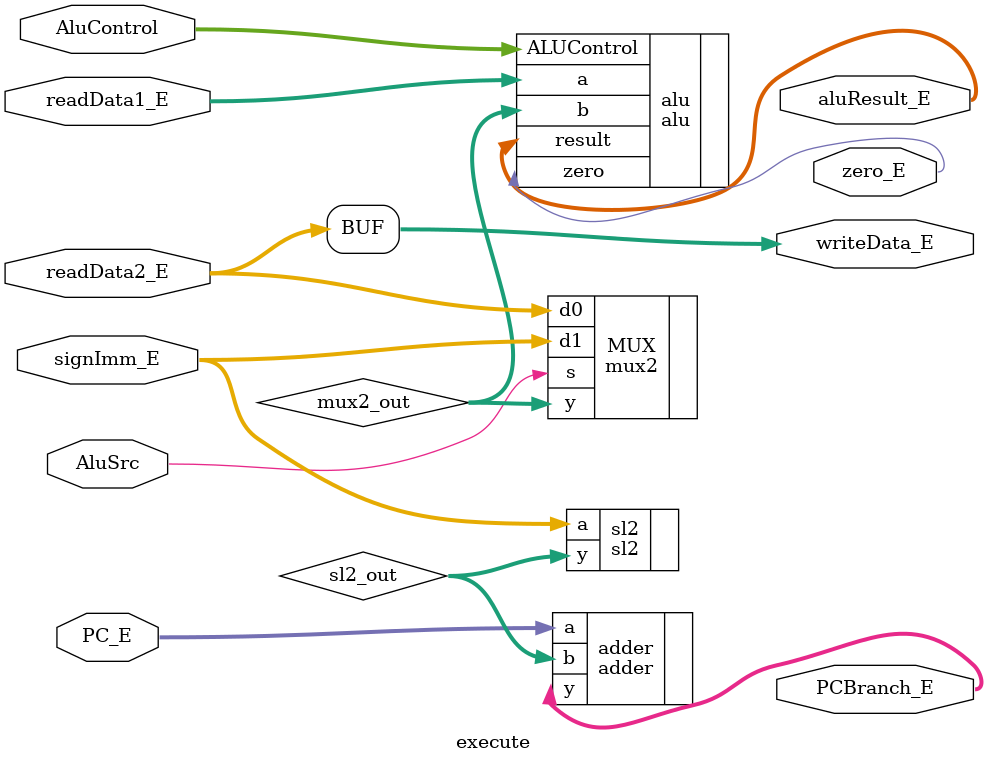
<source format=sv>
`timescale 1ns / 1ps



module execute 
    #(parameter N = 64) 
    (
		input logic AluSrc,
		input logic [3:0] AluControl,
		input logic [N-1:0] PC_E, 
        input logic [N-1:0] signImm_E, 
        input logic [N-1:0] readData1_E, 
        input logic [N-1:0] readData2_E,
		output logic [N-1:0] PCBranch_E, 
        output logic [N-1:0] aluResult_E, 
        output logic [N-1:0] writeData_E,
		output logic zero_E
	);

	logic [N-1:0] mux2_out;
	logic [N-1:0] sl2_out;

	mux2 #(N) MUX(.d0(readData2_E), .d1(signImm_E), .s(AluSrc), .y(mux2_out));
	sl2 #(N) sl2(.a(signImm_E), .y(sl2_out));
	adder #(N) adder(.a(PC_E), .b(sl2_out), .y(PCBranch_E));
	alu alu(.a(readData1_E), .b(mux2_out), .ALUControl(AluControl), .result(aluResult_E), .zero(zero_E));

	assign writeData_E = readData2_E;

endmodule
</source>
